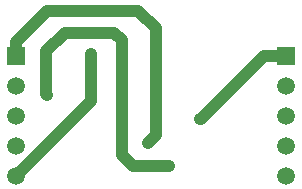
<source format=gbr>
G04 DipTrace 3.0.0.2*
G04 Bottom.gbr*
%MOIN*%
G04 #@! TF.FileFunction,Copper,L2,Bot*
G04 #@! TF.Part,Single*
G04 #@! TA.AperFunction,Conductor*
%ADD14C,0.03937*%
G04 #@! TA.AperFunction,ComponentPad*
%ADD16R,0.059055X0.059055*%
%ADD17C,0.059055*%
G04 #@! TA.AperFunction,ViaPad*
%ADD19C,0.04*%
%FSLAX26Y26*%
G04*
G70*
G90*
G75*
G01*
G04 Bottom*
%LPD*%
X443963Y446528D2*
D14*
X693176Y695740D1*
Y804402D1*
Y850465D1*
X1057349Y635898D2*
X1059318D1*
X1269948Y846528D1*
X1343963D1*
X547507Y716213D2*
X544751Y718969D1*
Y861882D1*
X606168Y923299D1*
X771916D1*
X797113Y898102D1*
Y516213D1*
X835302Y478024D1*
X954199D1*
X443963Y846528D2*
Y893378D1*
X547507Y996921D1*
X849475D1*
X909318Y937079D1*
Y582748D1*
X882940Y556370D1*
D19*
X1057349Y635898D3*
X693176Y804402D3*
X882940Y556370D3*
X547507Y716213D3*
X954199Y478024D3*
X693176Y850465D3*
D16*
X443963Y846528D3*
D17*
Y746528D3*
Y646528D3*
Y546528D3*
Y446528D3*
D16*
X1343963Y846528D3*
D17*
Y746528D3*
Y646528D3*
Y546528D3*
Y446528D3*
M02*

</source>
